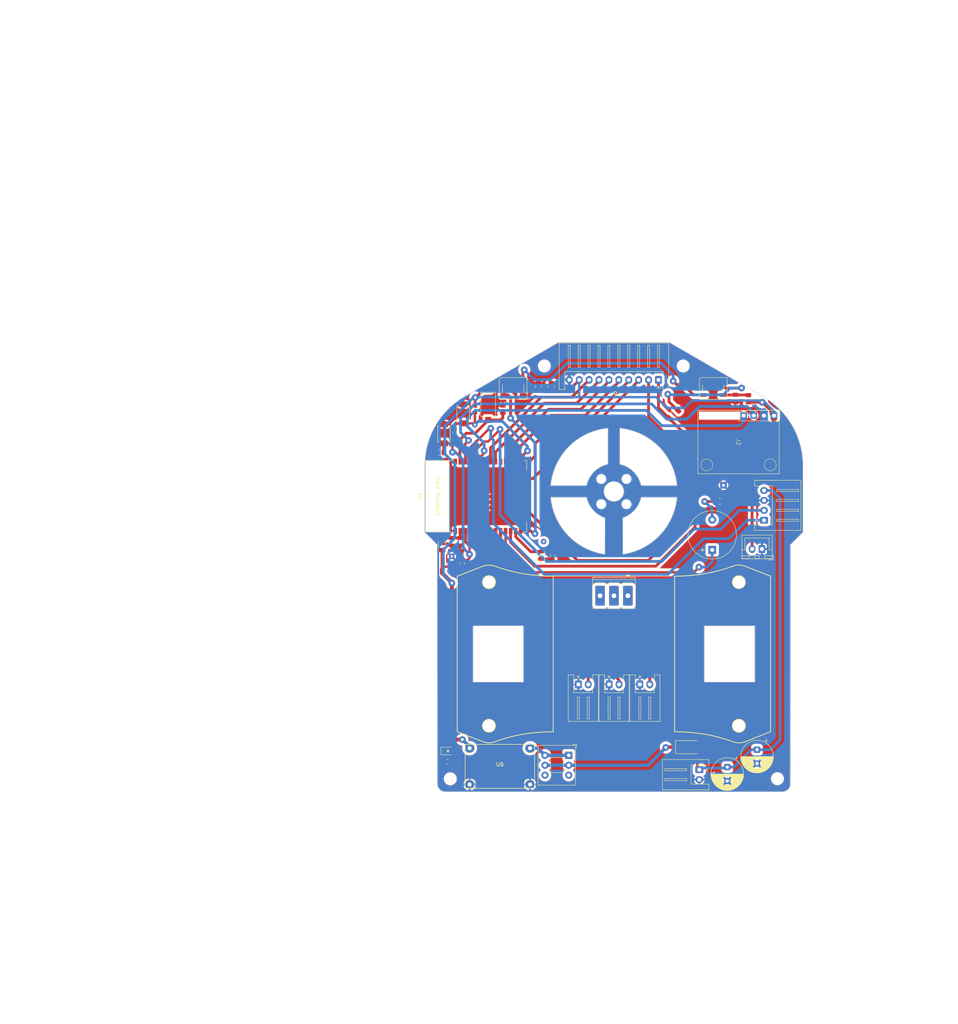
<source format=kicad_pcb>
(kicad_pcb (version 20241229) (generator "pcbnew") (generator_version "9.0")
  (layers (0 "F.Cu" signal) (2 "B.Cu" signal) (13 "F.Paste" user) (15 "B.Paste" user) (5 "F.SilkS" user "F.Silkscreen") (7 "B.SilkS" user "B.Silkscreen") (1 "F.Mask" user) (3 "B.Mask" user) (25 "Edge.Cuts" user))
  (net 0 "")
  (net 1 "Net-(BZ1--)")
  (net 2 "Net-(D2-VDD)")
  (net 3 "/Vb")
  (net 4 "GND")
  (net 5 "/VDD_ESP")
  (net 6 "+3.3V")
  (net 7 "/EN")
  (net 8 "/BOOT")
  (net 9 "/VM")
  (net 10 "Net-(D3-VDD)")
  (net 11 "/LED_RGB")
  (net 12 "Net-(D6-K)")
  (net 13 "/LED_BLUE")
  (net 14 "/SCL")
  (net 15 "/SDA")
  (net 16 "/CurrESC1&2")
  (net 17 "/Data_S3")
  (net 18 "/Data_1aux")
  (net 19 "/Data_S0")
  (net 20 "/Data_SIG")
  (net 21 "/Data_S1")
  (net 22 "/Data_2aux")
  (net 23 "/Data_S2")
  (net 24 "/Data_EN")
  (net 25 "/ESC_1")
  (net 26 "/ESC_2")
  (net 27 "/ESC_3")
  (net 28 "/TX")
  (net 29 "/RX")
  (net 30 "/BUZ")
  (net 31 "/BUTTON")
  (net 37 "Net-(D4-K)")
  (net 40 "/CurrESC2")
  (net 42 "/D_LED1")
  (net 43 "/Enc1")
  (net 44 "/Enc2")
  (net 46 "Net-(U6-IN)")
  (net 49 "/D_LED2")
  (footprint "MountingHole:MountingHole_2.2mm_M2" (layer "F.Cu") (at 103.318019 165.531981 90)
    (property "Reference" "H9" (hide yes))
    (property "Value" "M2" (hide yes))
  )
  (footprint "MountingHole:MountingHole_3mm" (layer "F.Cu") (at 147.75 234.725)
    (property "Reference" "H12" (hide yes))
    (property "Value" "M3")
  )
  (footprint "Resistor_SMD:R_1206_3216Metric" (layer "F.Cu") (at 63.15 175.63 -90)
    (property "Reference" "JP1" (hide yes))
    (property "Value" "ESP_JP")
  )
  (footprint "MixLib:MPU6050_Module" (layer "F.Cu") (at 137.6325 149.2775 -90)
    (property "Reference" "J2")
    (property "Value" "MPU6050")
  )
  (footprint "Connector_JST:JST_XH_S2B-XH-A_1x02_P2.50mm_Horizontal" (layer "F.Cu") (at 97.55 210.95)
    (property "Reference" "J12" (hide yes))
    (property "Value" "ESC3")
  )
  (footprint "Resistor_SMD:R_0603_1608Metric" (layer "F.Cu") (at 64.5 230.45)
    (property "Reference" "R7" (hide yes))
    (property "Value" "4.7k")
  )
  (footprint "TerminalBlock_Phoenix:TerminalBlock_Phoenix_PT-1,5-3-3.5-H_1x03_P3.50mm_Horizontal" (layer "F.Cu") (at 110.025 188.6 180)
    (property "Reference" "ESC_3" (hide yes))
    (property "Value" "TerminalBlock_Phoenix_PT-1,5-3-3.5-H_1x03_P3.50mm_Horizontal" (hide yes))
  )
  (footprint "Resistor_SMD:R_0805_2012Metric" (layer "F.Cu") (at 140.45 138.95 -90)
    (property "Reference" "R1" (hide yes))
    (property "Value" "330")
  )
  (footprint "Resistor_SMD:R_0603_1608Metric" (layer "F.Cu") (at 91.07 178.43 90)
    (property "Reference" "R6" (hide yes))
    (property "Value" "1k")
  )
  (footprint "Connector_JST:JST_XH_S10B-XH-A_1x10_P2.50mm_Horizontal" (layer "F.Cu") (at 117.75 134.195 180)
    (property "Reference" "J9")
    (property "Value" "Sensors")
  )
  (footprint "MountingHole:MountingHole_2.2mm_M2" (layer "F.Cu") (at 103.318019 159.168019 180)
    (property "Reference" "H8" (hide yes))
    (property "Value" "M2" (hide yes))
  )
  (footprint "MountingHole:MountingHole_3mm" (layer "F.Cu") (at 75 221.379263)
    (property "Reference" "H2" (hide yes))
    (property "Value" "M3" (hide yes))
  )
  (footprint "Connector_JST:JST_XH_S2B-XH-A_1x02_P2.50mm_Horizontal" (layer "F.Cu") (at 128.045 232.45 -90)
    (property "Reference" "J4")
    (property "Value" "LiPo")
  )
  (footprint "MixLib:SW_Push_SPST_NO_Alps_SKRK_Handsolder" (layer "F.Cu") (at 63.65 147.8 90)
    (property "Reference" "SW2" (hide yes))
    (property "Value" "EN_Push")
  )
  (footprint "LED_SMD:LED_WS2812B_PLCC4_5.0x5.0mm_P3.2mm" (layer "F.Cu") (at 81.1 136.35 180)
    (property "Reference" "D3" (hide yes))
    (property "Value" "WS2812B")
  )
  (footprint "MixLib:SW_Push_SPST_NO_Alps_SKRK_Handsolder" (layer "F.Cu") (at 68.5 142.75 90)
    (property "Reference" "SW3" (hide yes))
    (property "Value" "Boot_Push")
  )
  (footprint "Connector_JST:JST_XH_S2B-XH-A_1x02_P2.50mm_Horizontal" (layer "F.Cu") (at 105.3 210.95)
    (property "Reference" "J11" (hide yes))
    (property "Value" "ESC2")
  )
  (footprint "PCM_Espressif:ESP32-WROOM-32E" (layer "F.Cu") (at 73.51 163.525 90)
    (property "Reference" "U1")
    (property "Value" "ESP32-WROOM-32E" (hide yes))
  )
  (footprint "Capacitor_SMD:C_0805_2012Metric" (layer "F.Cu") (at 62.6 152.45 180)
    (property "Reference" "C7" (hide yes))
    (property "Value" "1uF")
  )
  (footprint "Capacitor_THT:CP_Radial_D8.0mm_P3.50mm" (layer "F.Cu") (at 142.6 227.397349 -90)
    (property "Reference" "C2" (hide yes))
    (property "Value" "100uF")
  )
  (footprint "Connector_JST:JST_XH_B2B-XH-A_1x02_P2.50mm_Vertical" (layer "F.Cu") (at 143.85 176.825 180)
    (property "Reference" "J1" (hide yes))
    (property "Value" "PW")
  )
  (footprint "Resistor_SMD:R_1206_3216Metric" (layer "F.Cu") (at 121.6 142.9)
    (property "Reference" "JP2" (hide yes))
    (property "Value" "LED_JP")
  )
  (footprint "MountingHole:MountingHole_3mm" (layer "F.Cu") (at 123.98 130.69)
    (property "Reference" "H6" (hide yes))
    (property "Value" "M3" (hide yes))
  )
  (footprint "Capacitor_SMD:C_0805_2012Metric" (layer "F.Cu") (at 67.7 175 -90)
    (property "Reference" "C4" (hide yes))
    (property "Value" "100nF")
  )
  (footprint "MountingHole:MountingHole_3mm" (layer "F.Cu") (at 138 185.1793)
    (property "Reference" "H3" (hide yes))
    (property "Value" "M3" (hide yes))
  )
  (footprint "Buzzer_Beeper:Buzzer_12x9.5RM7.6" (layer "F.Cu") (at 131.3 177.05 90)
    (property "Reference" "BZ1" (hide yes))
    (property "Value" "Buzzer" (hide yes))
  )
  (footprint "Capacitor_SMD:C_0805_2012Metric" (layer "F.Cu") (at 137.15 138.9 -90)
    (property "Reference" "C6" (hide yes))
    (property "Value" "100nF")
  )
  (footprint "Connector_JST:JST_XH_S4B-XH-A_1x04_P2.50mm_Horizontal" (layer "F.Cu") (at 144.375 169.575 90)
    (property "Reference" "J14" (hide yes))
    (property "Value" "UART_Out" (hide yes))
  )
  (footprint "" (layer "F.Cu") (at 88.8 174.95)
    (property "Reference" "")
    (property "Value" "")
  )
  (footprint "MixLib:Mini360_step-down" (layer "F.Cu") (at 77.75 231.6 180)
    (property "Reference" "U6")
    (property "Value" "CN3903")
  )
  (footprint "MixLib:MagicAlonso_Red_Mod_23.5mm" (layer "F.Cu") (at 135.27 206.179262 180)
    (property "Reference" "REF**" (hide yes))
    (property "Value" "MagicAlonso_Red_Mod_23.5mm" (hide yes))
    (fp_rect (start -6.75 -4.2) (end 5.95 10) (stroke (width 0.1)) (fill no) (layer "Edge.Cuts"))
  )
  (footprint "Resistor_SMD:R_0805_2012Metric" (layer "F.Cu") (at 133.25 164.85)
    (property "Reference" "R4" (hide yes))
    (property "Value" "330")
  )
  (footprint "Capacitor_SMD:C_0805_2012Metric" (layer "F.Cu") (at 65.6 175 -90)
    (property "Reference" "C3" (hide yes))
    (property "Value" "22uF")
  )
  (footprint "LED_SMD:LED_WS2812B_PLCC4_5.0x5.0mm_P3.2mm" (layer "F.Cu") (at 131.55 136.35 180)
    (property "Reference" "D2" (hide yes))
    (property "Value" "WS2812B")
  )
  (footprint "MixLib:LED_0805_2012Metric" (layer "F.Cu") (at 88.12 178.53 90)
    (property "Reference" "D6" (hide yes))
    (property "Value" "LED_BLUE")
  )
  (footprint "Capacitor_SMD:C_0805_2012Metric" (layer "F.Cu") (at 87.45 135.9 90)
    (property "Reference" "C24" (hide yes))
    (property "Value" "100nF")
  )
  (footprint "Button_Switch_SMD:SW_SPST_CK_RS282G05A3" (layer "F.Cu") (at 74.8 140.4 -90)
    (property "Reference" "SW4" (hide yes))
    (property "Value" "BUTTON_Push")
  )
  (footprint "MixLib:LED_0805_2012Metric" (layer "F.Cu") (at 64.45 227.75)
    (property "Reference" "D4" (hide yes))
    (property "Value" "LED_ON")
  )
  (footprint "" (layer "F.Cu") (at 134.15 160.75)
    (property "Reference" "")
    (property "Value" "")
  )
  (footprint "Resistor_SMD:R_0603_1608Metric" (layer "F.Cu") (at 68.3 180.45 -90)
    (property "Reference" "R2" (hide yes))
    (property "Value" "10k")
  )
  (footprint "MountingHole:MountingHole_3mm" (layer "F.Cu") (at 88.98 130.69)
    (property "Reference" "H5" (hide yes))
    (property "Value" "M3" (hide yes))
  )
  (footprint "Resistor_SMD:R_0805_2012Metric" (layer "F.Cu") (at 78.5 141.6 -90)
    (property "Reference" "R9" (hide yes))
    (property "Value" "10k")
  )
  (footprint "Connector_JST:JST_XH_S2B-XH-A_1x02_P2.50mm_Horizontal" (layer "F.Cu") (at 113.05 210.95)
    (property "Reference" "J10" (hide yes))
    (property "Value" "ESC1")
  )
  (footprint "MixLib:MagicAlonso_Red_Mod_23.5mm" (layer "F.Cu") (at 77.75 200.375002)
    (property "Reference" "REF**" (hide yes))
    (property "Value" "MagicAlonso_Red_Mod_23.5mm" (hide yes))
    (fp_rect (start -6.75 -4.2) (end 5.95 10) (stroke (width 0.1)) (fill no) (layer "Edge.Cuts"))
  )
  (footprint "MountingHole:MountingHole_2.2mm_M2" (layer "F.Cu") (at 109.681981 165.531981 90)
    (property "Reference" "H10" (hide yes))
    (property "Value" "M2" (hide yes))
  )
  (footprint "Button_Switch_THT:SW_Push_2P2T_Toggle_CK_PVA2OAH5xxxxxxV2" (layer "F.Cu") (at 95.1225 228.8275 -90)
    (property "Reference" "SW1" (hide yes))
    (property "Value" "Power_SW" (hide yes))
  )
  (footprint "" (layer "F.Cu") (at 65.6 178.7)
    (property "Reference" "")
    (property "Value" "")
  )
  (footprint "Diode_SMD:D_SMA" (layer "F.Cu") (at 125.55 226.75)
    (property "Reference" "D1" (hide yes))
    (property "Value" "SS14")
  )
  (footprint "Resistor_SMD:R_0603_1608Metric" (layer "F.Cu") (at 71.55 141.65 90)
    (property "Reference" "R3" (hide yes))
    (property "Value" "10k")
  )
  (footprint "MountingHole:MountingHole_3mm" (layer "F.Cu") (at 65.25 234.75)
    (property "Reference" "H11" (hide yes))
    (property "Value" "M3")
  )
  (footprint "MountingHole:MountingHole_2.2mm_M2" (layer "F.Cu") (at 109.681981 159.168019 180)
    (property "Reference" "H7" (hide yes))
    (property "Value" "M2" (hide yes))
  )
  (footprint "Capacitor_THT:CP_Radial_D8.0mm_P3.50mm" (layer "F.Cu") (at 135.1 231.8 -90)
    (property "Reference" "C28" (hide yes))
    (property "Value" "470uF")
  )
  (footprint "Capacitor_SMD:C_0603_1608Metric" (layer "F.Cu") (at 66.4 147.4 -90)
    (property "Reference" "C8" (hide yes))
    (property "Value" "100nF")
  )
  (footprint "Resistor_SMD:R_0805_2012Metric" (layer "F.Cu") (at 90.7 135.9 90)
    (property "Reference" "R5" (hide yes))
    (property "Value" "330")
  )
  (footprint "MountingHole:MountingHole_3mm" (layer "F.Cu") (at 75 185.179263)
    (property "Reference" "H1" (hide yes))
    (property "Value" "M3" (hide yes))
  )
  (footprint "MountingHole:MountingHole_3mm" (layer "F.Cu") (at 138 221.379263)
    (property "Reference" "H4" (hide yes))
    (property "Value" "M3" (hide yes))
  )
  (gr_line (start 64 238) (end 149 238) (stroke (width 0.1)) (layer "Edge.Cuts"))
  (gr_line (start 113.366774 160.814023) (end 122.412879 160.814023) (stroke (width 0.1)) (layer "Edge.Cuts"))
  (gr_arc (start 113.36677 163.814031) (mid 111.735558 167.005809) (end 108.743467 168.97956) (stroke (width 0.1)) (layer "Edge.Cuts"))
  (gr_arc (start 144.187086 138.426812) (mid 151.499995 145.750003) (end 154.173364 155.789147) (stroke (width 0.1)) (layer "Edge.Cuts"))
  (gr_line (start 120.51 124.76) (end 144.187086 138.426812) (stroke (width 0.1)) (layer "Edge.Cuts"))
  (gr_line (start 104.243467 168.979601) (end 104.226746 178.142471) (stroke (width 0.1)) (layer "Edge.Cuts"))
  (gr_circle (center 103.311486 165.496012) (end 104.311486 165.496012) (stroke (width 0.1)) (fill no) (layer "Edge.Cuts"))
  (gr_line (start 90.574057 160.814034) (end 99.620162 160.814034) (stroke (width 0.1)) (layer "Edge.Cuts"))
  (gr_arc (start 90.574567 160.813984) (mid 95.187391 151.0074) (end 104.993972 146.394572) (stroke (width 0.1)) (layer "Edge.Cuts"))
  (gr_circle (center 109.675448 159.13205) (end 110.675448 159.13205) (stroke (width 0.1)) (fill no) (layer "Edge.Cuts"))
  (gr_line (start 154.173364 155.789147) (end 154.171768 172.608132) (stroke (width 0.1)) (layer "Edge.Cuts"))
  (gr_arc (start 64 238) (mid 62.585786 237.414214) (end 62 236.000993) (stroke (width 0.1)) (layer "Edge.Cuts"))
  (gr_line (start 107.993467 146.394618) (end 107.993467 155.440723) (stroke (width 0.1)) (layer "Edge.Cuts"))
  (gr_line (start 104.993466 146.394572) (end 104.993466 155.440677) (stroke (width 0.1)) (layer "Edge.Cuts"))
  (gr_line (start 108.743466 168.97956) (end 108.760254 178.142458) (stroke (width 0.1)) (layer "Edge.Cuts"))
  (gr_line (start 61.9701 175.75) (end 58.828232 172.638229) (stroke (width 0.1)) (layer "Edge.Cuts"))
  (gr_line (start 92.51 124.76) (end 68.808428 138.429401) (stroke (width 0.1)) (layer "Edge.Cuts"))
  (gr_circle (center 109.675448 165.496012) (end 110.675448 165.496012) (stroke (width 0.1)) (fill no) (layer "Edge.Cuts"))
  (gr_arc (start 58.826631 155.741285) (mid 61.5 145.75) (end 68.808428 138.429401) (stroke (width 0.1)) (layer "Edge.Cuts"))
  (gr_line (start 151 236.000993) (end 151.0299 175.75) (stroke (width 0.1)) (layer "Edge.Cuts"))
  (gr_circle (center 106.493467 162.314031) (end 108.993467 162.314031) (stroke (width 0.1)) (fill no) (layer "Edge.Cuts"))
  (gr_line (start 90.574059 163.814024) (end 99.620164 163.814024) (stroke (width 0.1)) (layer "Edge.Cuts"))
  (gr_line (start 92.51 124.76) (end 120.51 124.76) (stroke (width 0.1)) (layer "Edge.Cuts"))
  (gr_line (start 62 236.000993) (end 61.9701 175.75) (stroke (width 0.1)) (layer "Edge.Cuts"))
  (gr_arc (start 104.226746 178.142471) (mid 94.917203 173.344335) (end 90.574059 163.814024) (stroke (width 0.1)) (layer "Edge.Cuts"))
  (gr_arc (start 151 236.000993) (mid 150.414214 237.414214) (end 149 238) (stroke (width 0.1)) (layer "Edge.Cuts"))
  (gr_line (start 151.0299 175.75) (end 154.171768 172.608132) (stroke (width 0.1)) (layer "Edge.Cuts"))
  (gr_circle (center 103.311486 159.13205) (end 104.311486 159.13205) (stroke (width 0.1)) (fill no) (layer "Edge.Cuts"))
  (gr_arc (start 107.993467 155.440723) (mid 111.468023 157.339469) (end 113.366775 160.814023) (stroke (width 0.1)) (layer "Edge.Cuts"))
  (gr_arc (start 99.620162 160.814031) (mid 101.518921 157.339472) (end 104.99346 155.440677) (stroke (width 0.1)) (layer "Edge.Cuts"))
  (gr_arc (start 104.243467 168.979601) (mid 101.251369 167.005839) (end 99.620164 163.814039) (stroke (width 0.1)) (layer "Edge.Cuts"))
  (gr_arc (start 107.993467 146.394618) (mid 117.80005 151.007443) (end 122.412879 160.814023) (stroke (width 0.1)) (layer "Edge.Cuts"))
  (gr_arc (start 122.412875 163.814031) (mid 118.069761 173.344304) (end 108.760278 178.142458) (stroke (width 0.1)) (layer "Edge.Cuts"))
  (gr_line (start 113.36677 163.814031) (end 122.412875 163.814031) (stroke (width 0.1)) (layer "Edge.Cuts"))
  (gr_line (start 58.826631 155.741285) (end 58.828232 172.638229) (stroke (width 0.1)) (layer "Edge.Cuts"))
  (segment (start 129.4 164.85) (end 132.3375 164.85) (width 0.7) (layer "F.Cu") (net 1))
  (via (at 129.4 164.85) (size 1.7) (drill 0.7) (layers "F.Cu" "B.Cu") (net 1))
  (segment (start 131.3 166.75) (end 129.4 164.85) (width 0.7) (layer "B.Cu") (net 1))
  (segment (start 131.3 169.45) (end 131.3 166.75) (width 0.7) (layer "B.Cu") (net 1))
  (segment (start 140.2625 138) (end 140.45 138.1875) (width 0.7) (layer "F.Cu") (net 2))
  (segment (start 134 138) (end 140.2625 138) (width 0.7) (layer "F.Cu") (net 2))
  (segment (start 119.7 226.75) (end 119.6 226.85) (width 0.9) (layer "F.Cu") (net 3))
  (segment (start 123.55 226.75) (end 119.7 226.75) (width 0.9) (layer "F.Cu") (net 3))
  (via (at 119.6 226.85) (size 1.7) (drill 0.7) (layers "F.Cu" "B.Cu") (net 3))
  (segment (start 89.1225 231.3275) (end 95.1225 231.3275) (width 0.9) (layer "B.Cu") (net 3))
  (segment (start 115.1225 231.3275) (end 95.1225 231.3275) (width 0.9) (layer "B.Cu") (net 3))
  (segment (start 119.6 226.85) (end 115.1225 231.3275) (width 0.9) (layer "B.Cu") (net 3))
  (segment (start 63.2675 174.05) (end 63.15 174.1675) (width 0.7) (layer "F.Cu") (net 5))
  (segment (start 67.7 174.05) (end 65.6 174.05) (width 0.7) (layer "F.Cu") (net 5))
  (segment (start 67.77 173.98) (end 67.7 174.05) (width 0.7) (layer "F.Cu") (net 5))
  (segment (start 65.6 174.05) (end 63.2675 174.05) (width 0.7) (layer "F.Cu") (net 5))
  (segment (start 67.77 172.275) (end 67.77 173.98) (width 0.7) (layer "F.Cu") (net 5))
  (segment (start 63.15 181.95) (end 63.15 179.05) (width 0.7) (layer "F.Cu") (net 6))
  (segment (start 141.35 176.825) (end 141.35 151.65) (width 0.7) (layer "F.Cu") (net 6))
  (segment (start 93.55 136.9) (end 95.15 136.9) (width 0.7) (layer "F.Cu") (net 6))
  (segment (start 65.65 185.4) (end 65.65 185.35) (width 1) (layer "F.Cu") (net 6))
  (segment (start 143.95 139.85) (end 140.4625 139.85) (width 0.7) (layer "F.Cu") (net 6))
  (segment (start 71.55 140.825) (end 71.5 140.775) (width 0.7) (layer "F.Cu") (net 6))
  (segment (start 71.5 138.8) (end 73.8 136.5) (width 0.7) (layer "F.Cu") (net 6))
  (segment (start 65.65 222.55) (end 65.5375 222.6625) (width 0.6) (layer "F.Cu") (net 6))
  (segment (start 68.3 181.275) (end 63.15 181.275) (width 0.6) (layer "F.Cu") (net 6))
  (segment (start 66.3875 224.85) (end 65.65 224.1125) (width 1) (layer "F.Cu") (net 6))
  (segment (start 95.15 136.9) (end 97.75 134.3) (width 0.7) (layer "F.Cu") (net 6))
  (segment (start 146.075 146.925) (end 146.8725 146.1275) (width 0.7) (layer "F.Cu") (net 6))
  (segment (start 63.15 179.05) (end 63.15 177.0925) (width 0.7) (layer "F.Cu") (net 6))
  (segment (start 68.3 224.85) (end 66.3875 224.85) (width 1) (layer "F.Cu") (net 6))
  (segment (start 144.3 140.2) (end 146.8725 142.7725) (width 0.7) (layer "F.Cu") (net 6))
  (segment (start 97.75 134.3) (end 97.75 134.195) (width 0.7) (layer "F.Cu") (net 6))
  (segment (start 63.15 182.85) (end 63.15 181.95) (width 1) (layer "F.Cu") (net 6))
  (segment (start 65.65 185.35) (end 63.15 182.85) (width 1) (layer "F.Cu") (net 6))
  (segment (start 71.5 140.775) (end 71.5 138.8) (width 0.7) (layer "F.Cu") (net 6))
  (segment (start 65.65 222.55) (end 65.65 185.4) (width 1) (layer "F.Cu") (net 6))
  (segment (start 140.4625 139.85) (end 140.45 139.8625) (width 0.7) (layer "F.Cu") (net 6))
  (segment (start 90.7 134.9875) (end 91.6375 134.9875) (width 0.7) (layer "F.Cu") (net 6))
  (segment (start 65.5375 222.6625) (end 65.5375 227.73) (width 0.6) (layer "F.Cu") (net 6))
  (segment (start 63.15 181.275) (end 63.15 177.0925) (width 0.6) (layer "F.Cu") (net 6))
  (segment (start 65.65 224.1125) (end 65.65 222.55) (width 1) (layer "F.Cu") (net 6))
  (segment (start 141.35 151.65) (end 146.075 146.925) (width 0.7) (layer "F.Cu") (net 6))
  (segment (start 144.3 140.2) (end 143.95 139.85) (width 0.7) (layer "F.Cu") (net 6))
  (segment (start 146.8725 146.1275) (end 146.8725 143.1975) (width 0.7) (layer "F.Cu") (net 6))
  (segment (start 91.6375 134.9875) (end 93.55 136.9) (width 0.7) (layer "F.Cu") (net 6))
  (segment (start 146.8725 142.7725) (end 146.8725 143.1975) (width 0.7) (layer "F.Cu") (net 6))
  (segment (start 73.8 136.5) (end 74.8 136.5) (width 0.7) (layer "F.Cu") (net 6))
  (via (at 143.9 139.85) (size 1.7) (drill 0.7) (layers "F.Cu" "B.Cu") (net 6))
  (via (at 68.3 224.85) (size 1.7) (drill 0.7) (layers "F.Cu" "B.Cu") (net 6))
  (via (at 71.55 138.65) (size 1.7) (drill 0.7) (layers "F.Cu" "B.Cu") (net 6))
  (via (at 65.65 185.4) (size 1.7) (drill 0.7) (layers "F.Cu" "B.Cu") (net 6))
  (segment (start 71.55 138.65) (end 71.65 138.55) (width 0.7) (layer "B.Cu") (net 6))
  (segment (start 65.65 185.4) (end 63.5 183.25) (width 0.7) (layer "B.Cu") (net 6))
  (segment (start 70.13 227.03) (end 70.13 226.68) (width 0.6) (layer "B.Cu") (net 6))
  (segment (start 88.3 138.55) (end 97.75 138.55) (width 0.6) (layer "B.Cu") (net 6))
  (segment (start 146.8725 142.1225) (end 146.8725 143.1975) (width 0.6) (layer "B.Cu") (net 6))
  (segment (start 63.5 183.25) (end 63.5 176.95) (width 0.7) (layer "B.Cu") (net 6))
  (segment (start 66.4 155.4) (end 63.9 152.9) (width 0.7) (layer "B.Cu") (net 6))
  (segment (start 63.9 152.9) (end 63.9 145.8) (width 0.7) (layer "B.Cu") (net 6))
  (segment (start 97.75 138.55) (end 117.15 138.55) (width 0.6) (layer "B.Cu") (net 6))
  (segment (start 66.4 174.05) (end 66.4 155.4) (width 0.7) (layer "B.Cu") (net 6))
  (segment (start 144.15 139.4) (end 146.8725 142.1225) (width 0.6) (layer "B.Cu") (net 6))
  (segment (start 70.13 226.68) (end 68.3 224.85) (width 0.9) (layer "B.Cu") (net 6))
  (segment (start 117.15 138.55) (end 119.85 141.25) (width 0.6) (layer "B.Cu") (net 6))
  (segment (start 126.15 139.4) (end 144.15 139.4) (width 0.6) (layer "B.Cu") (net 6))
  (segment (start 97.75 134.195) (end 97.75 138.55) (width 0.6) (layer "B.Cu") (net 6))
  (segment (start 119.85 141.25) (end 124.3 141.25) (width 0.6) (layer "B.Cu") (net 6))
  (segment (start 124.3 141.25) (end 126.15 139.4) (width 0.6) (layer "B.Cu") (net 6))
  (segment (start 63.5 176.95) (end 66.4 174.05) (width 0.7) (layer "B.Cu") (net 6))
  (segment (start 71.05 138.65) (end 71.55 138.65) (width 0.7) (layer "B.Cu") (net 6))
  (segment (start 63.9 145.8) (end 71.05 138.65) (width 0.7) (layer "B.Cu") (net 6))
  (segment (start 71.65 138.55) (end 88.3 138.55) (width 0.7) (layer "B.Cu") (net 6))
  (segment (start 70.1 179.1) (end 70.1 178.15) (width 0.6) (layer "F.Cu") (net 7))
  (segment (start 68.3 179.625) (end 69.575 179.625) (width 0.6) (layer "F.Cu") (net 7))
  (segment (start 63.55 152.45) (end 63.55 150.3) (width 0.6) (layer "F.Cu") (net 7))
  (segment (start 69.15 175.15) (end 69.15 172.385) (width 0.6) (layer "F.Cu") (net 7))
  (segment (start 69.575 179.625) (end 70.1 179.1) (width 0.6) (layer "F.Cu") (net 7))
  (segment (start 65.15 150.2) (end 65.787804 150.837804) (width 0.6) (layer "F.Cu") (net 7))
  (segment (start 70.1 176.1) (end 69.15 175.15) (width 0.6) (layer "F.Cu") (net 7))
  (segment (start 69.15 172.385) (end 69.04 172.275) (width 0.6) (layer "F.Cu") (net 7))
  (segment (start 63.65 150.2) (end 65.15 150.2) (width 0.6) (layer "F.Cu") (net 7))
  (segment (start 65.787804 150.837804) (end 65.787804 152.432606) (width 0.6) (layer "F.Cu") (net 7))
  (segment (start 70.1 178.15) (end 70.1 176.1) (width 0.6) (layer "F.Cu") (net 7))
  (segment (start 65.77041 152.45) (end 65.787804 152.432606) (width 0.7) (layer "F.Cu") (net 7))
  (segment (start 63.55 150.3) (end 63.65 150.2) (width 0.7) (layer "F.Cu") (net 7))
  (via (at 70.1 178.15) (size 1.7) (drill 0.7) (layers "F.Cu" "B.Cu") (net 7))
  (via (at 65.787804 152.432606) (size 1.7) (drill 0.7) (layers "F.Cu" "B.Cu") (net 7))
  (segment (start 66.02041 152.2) (end 66.35 152.2) (width 0.7) (layer "B.Cu") (net 7))
  (segment (start 66.35 152.2) (end 68.5 154.35) (width 0.7) (layer "B.Cu") (net 7))
  (segment (start 68.5 154.35) (end 68.5 176.55) (width 0.7) (layer "B.Cu") (net 7))
  (segment (start 65.787804 152.432606) (end 66.02041 152.2) (width 0.7) (layer "B.Cu") (net 7))
  (segment (start 68.5 176.55) (end 70.1 178.15) (width 0.7) (layer "B.Cu") (net 7))
  (segment (start 83.01 153.79) (end 83.01 154.775) (width 0.7) (layer "F.Cu") (net 8))
  (segment (start 71.2 145.5) (end 70.85 145.15) (width 0.6) (layer "F.Cu") (net 8))
  (segment (start 71.45 145.5) (end 71.2 145.5) (width 0.6) (layer "F.Cu") (net 8))
  (segment (start 68.45 145.2) (end 68.5 145.15) (width 0.6) (layer "F.Cu") (net 8))
  (segment (start 71.45 145.5) (end 71.45 142.575) (width 0.6) (layer "F.Cu") (net 8))
  (segment (start 66.45 145.65) (end 66.9 145.2) (width 0.6) (layer "F.Cu") (net 8))
  (segment (start 71.45 142.575) (end 71.55 142.475) (width 0.6) (layer "F.Cu") (net 8))
  (segment (start 70.85 145.15) (end 68.5 145.15) (width 0.6) (layer "F.Cu") (net 8))
  (segment (start 84.725 152.075) (end 83.01 153.79) (width 0.7) (layer "F.Cu") (net 8))
  (segment (start 66.45 146.575) (end 66.45 145.65) (width 0.6) (layer "F.Cu") (net 8))
  (segment (start 66.9 145.2) (end 68.45 145.2) (width 0.6) (layer "F.Cu") (net 8))
  (segment (start 66.4 146.625) (end 66.45 146.575) (width 0.6) (layer "F.Cu") (net 8))
  (via (at 84.725 152.075) (size 1.7) (drill 0.7) (layers "F.Cu" "B.Cu") (net 8))
  (via (at 71.45 145.5) (size 1.4) (drill 0.55) (layers "F.Cu" "B.Cu") (net 8))
  (segment (start 71.45 145.5) (end 72.3 144.65) (width 0.7) (layer "B.Cu") (net 8))
  (segment (start 78.375 144.65) (end 84.725 151) (width 0.7) (layer "B.Cu") (net 8))
  (segment (start 72.3 144.65) (end 78.375 144.65) (width 0.7) (layer "B.Cu") (net 8))
  (segment (start 84.725 151) (end 84.725 152.075) (width 0.7) (layer "B.Cu") (net 8))
  (segment (start 127.55 231.955) (end 128.045 232.45) (width 0.7) (layer "F.Cu") (net 9))
  (segment (start 127.55 226.75) (end 127.55 231.955) (width 0.7) (layer "F.Cu") (net 9))
  (segment (start 141.152651 227.397349) (end 142.6 227.397349) (width 0.7) (layer "B.Cu") (net 9))
  (segment (start 128.045 232.45) (end 128.485264 232.009736) (width 0.7) (layer "B.Cu") (net 9))
  (segment (start 136.75 231.8) (end 141.152651 227.397349) (width 0.7) (layer "B.Cu") (net 9))
  (segment (start 146.475 162.075) (end 148.4 164) (width 0.7) (layer "B.Cu") (net 9))
  (segment (start 128.485264 232.009736) (end 134.890264 232.009736) (width 0.7) (layer "B.Cu") (net 9))
  (segment (start 134.890264 232.009736) (end 135.1 231.8) (width 0.7) (layer "B.Cu") (net 9))
  (segment (start 145.952651 227.397349) (end 142.6 227.397349) (width 0.7) (layer "B.Cu") (net 9))
  (segment (start 148.4 224.95) (end 145.952651 227.397349) (width 0.7) (layer "B.Cu") (net 9))
  (segment (start 135.1 231.8) (end 136.75 231.8) (width 0.7) (layer "B.Cu") (net 9))
  (segment (start 144.375 162.075) (end 146.475 162.075) (width 0.7) (layer "B.Cu") (net 9))
  (segment (start 148.4 164) (end 148.4 224.95) (width 0.7) (layer "B.Cu") (net 9))
  (segment (start 83.55 138) (end 85.05 138) (width 0.7) (layer "F.Cu") (net 10))
  (segment (start 90.6625 136.85) (end 90.7 136.8125) (width 0.7) (layer "F.Cu") (net 10))
  (segment (start 87.45 136.85) (end 90.6625 136.85) (width 0.7) (layer "F.Cu") (net 10))
  (segment (start 85.05 138) (end 86.2 136.85) (width 0.7) (layer "F.Cu") (net 10))
  (segment (start 86.2 136.85) (end 87.45 136.85) (width 0.7) (layer "F.Cu") (net 10))
  (segment (start 80.45 143.85) (end 80.45 138.65) (width 0.7) (layer "F.Cu") (net 11))
  (segment (start 85.6 172.3) (end 83.035 172.3) (width 0.7) (layer "F.Cu") (net 11))
  (segment (start 86.6 172.95) (end 86.25 172.95) (width 0.7) (layer "F.Cu") (net 11))
  (segment (start 83.035 172.3) (end 83.01 172.275) (width 0.7) (layer "F.Cu") (net 11))
  (segment (start 79.8 138) (end 78.65 138) (width 0.7) (layer "F.Cu") (net 11))
  (segment (start 80.45 138.65) (end 79.8 138) (width 0.7) (layer "F.Cu") (net 11))
  (segment (start 86.25 172.95) (end 85.6 172.3) (width 0.7) (layer "F.Cu") (net 11))
  (via (at 80.45 143.85) (size 1.7) (drill 0.7) (layers "F.Cu" "B.Cu") (net 11))
  (via (at 86.6 172.95) (size 1.7) (drill 0.7) (layers "F.Cu" "B.Cu") (net 11))
  (segment (start 86.7 150.1) (end 86.7 172.85) (width 0.7) (layer "B.Cu") (net 11))
  (segment (start 86.7 172.85) (end 86.6 172.95) (width 0.7) (layer "B.Cu") (net 11))
  (segment (start 80.45 143.85) (end 86.7 150.1) (width 0.7) (layer "B.Cu") (net 11))
  (segment (start 91.0075 179.3175) (end 91.07 179.255) (width 0.7) (layer "F.Cu") (net 12))
  (segment (start 88.1 179.3175) (end 91.0075 179.3175) (width 0.7) (layer "F.Cu") (net 12))
  (segment (start 81.74 172.275) (end 81.74 173.725) (width 0.7) (layer "F.Cu") (net 13))
  (segment (start 88.0425 177.5) (end 88.1 177.4425) (width 0.7) (layer "F.Cu") (net 13))
  (segment (start 81.74 173.725) (end 85.515 177.5) (width 0.7) (layer "F.Cu") (net 13))
  (segment (start 85.515 177.5) (end 88.0425 177.5) (width 0.7) (layer "F.Cu") (net 13))
  (segment (start 69.85 149.45) (end 69.04 150.26) (width 0.6) (layer "F.Cu") (net 14))
  (segment (start 69.04 150.26) (end 69.04 154.775) (width 0.6) (layer "F.Cu") (net 14))
  (via (at 69.85 149.45) (size 1.7) (drill 0.7) (layers "F.Cu" "B.Cu") (net 14))
  (segment (start 128.1 140.9) (end 140.1 140.9) (width 0.7) (layer "B.Cu") (net 14))
  (segment (start 124.9 144.1) (end 128.1 140.9) (width 0.7) (layer "B.Cu") (net 14))
  (segment (start 116 140.25) (end 119.85 144.1) (width 0.7) (layer "B.Cu") (net 14))
  (segment (start 69.85 149.45) (end 67.85 147.45) (width 0.7) (layer "B.Cu") (net 14))
  (segment (start 140.1 140.9) (end 141.7925 142.5925) (width 0.7) (layer "B.Cu") (net 14))
  (segment (start 141.7925 142.5925) (end 141.7925 143.1975) (width 0.7) (layer "B.Cu") (net 14))
  (segment (start 119.85 144.1) (end 124.9 144.1) (width 0.7) (layer "B.Cu") (net 14))
  (segment (start 67.85 147.45) (end 67.85 143.8) (width 0.7) (layer "B.Cu") (net 14))
  (segment (start 67.85 143.8) (end 71.4 140.25) (width 0.7) (layer "B.Cu") (net 14))
  (segment (start 71.4 140.25) (end 116 140.25) (width 0.7) (layer "B.Cu") (net 14))
  (segment (start 73.8 152.05) (end 73.8 152.65) (width 0.6) (layer "F.Cu") (net 15))
  (segment (start 73.8 152.65) (end 72.85 153.6) (width 0.6) (layer "F.Cu") (net 15))
  (segment (start 72.85 153.6) (end 72.85 154.775) (width 0.6) (layer "F.Cu") (net 15))
  (via (at 73.8 152.05) (size 1.7) (drill 0.7) (layers "F.Cu" "B.Cu") (net 15))
  (segment (start 73.8 152.05) (end 73.8 150.15) (width 0.7) (layer "B.Cu") (net 15))
  (segment (start 138.25 145.75) (end 139.2525 144.7475) (width 0.7) (layer "B.Cu") (net 15))
  (segment (start 114.727031 141.877031) (end 118.6 145.75) (width 0.7) (layer "B.Cu") (net 15))
  (segment (start 69.55 145.9) (end 69.55 143.9) (width 0.7) (layer "B.Cu") (net 15))
  (segment (start 71.572969 141.877031) (end 114.727031 141.877031) (width 0.7) (layer "B.Cu") (net 15))
  (segment (start 118.6 145.75) (end 138.25 145.75) (width 0.7) (layer "B.Cu") (net 15))
  (segment (start 139.2525 142.65111) (end 139.2525 143.1975) (width 0.7) (layer "B.Cu") (net 15))
  (segment (start 139.2525 144.7475) (end 139.2525 143.1975) (width 0.7) (layer "B.Cu") (net 15))
  (segment (start 69.55 143.9) (end 71.572969 141.877031) (width 0.7) (layer "B.Cu") (net 15))
  (segment (start 73.8 150.15) (end 69.55 145.9) (width 0.7) (layer "B.Cu") (net 15))
  (segment (start 110.25 134.5) (end 110.25 134.195) (width 0.7) (layer "F.Cu") (net 17))
  (segment (start 84.26 155.74) (end 86.6 153.4) (width 0.7) (layer "F.Cu") (net 17))
  (segment (start 86.6 150.3) (end 92.23 144.67) (width 0.7) (layer "F.Cu") (net 17))
  (segment (start 84.26 157.815) (end 84.26 155.74) (width 0.7) (layer "F.Cu") (net 17))
  (segment (start 86.6 153.4) (end 86.6 150.3) (width 0.7) (layer "F.Cu") (net 17))
  (segment (start 92.23 144.67) (end 100.08 144.67) (width 0.7) (layer "F.Cu") (net 17))
  (segment (start 100.08 144.67) (end 110.25 134.5) (width 0.7) (layer "F.Cu") (net 17))
  (segment (start 85.575 167.975) (end 84.26 167.975) (width 0.7) (layer "F.Cu") (net 18))
  (segment (start 115.25 134.195) (end 115.25 143.5) (width 0.7) (layer "F.Cu") (net 18))
  (segment (start 97.3 179.7) (end 85.575 167.975) (width 0.7) (layer "F.Cu") (net 18))
  (segment (start 115.2 179.7) (end 97.3 179.7) (width 0.7) (layer "F.Cu") (net 18))
  (segment (start 115.25 143.5) (end 124.25 152.5) (width 0.7) (layer "F.Cu") (net 18))
  (segment (start 124.25 170.65) (end 115.2 179.7) (width 0.7) (layer "F.Cu") (net 18))
  (segment (start 124.25 152.5) (end 124.25 170.65) (width 0.7) (layer "F.Cu") (net 18))
  (segment (start 102.75 134.45) (end 97.15 140.05) (width 0.7) (layer "F.Cu") (net 19))
  (segment (start 102.75 134.195) (end 102.75 134.45) (width 0.7) (layer "F.Cu") (net 19))
  (segment (start 97.15 140.08) (end 88.97 140.08) (width 0.7) (layer "F.Cu") (net 19))
  (segment (start 97.15 140.05) (end 97.15 140.08) (width 0.7) (layer "F.Cu") (net 19))
  (segment (start 88.97 140.08) (end 76.66 152.39) (width 0.7) (layer "F.Cu") (net 19))
  (segment (start 76.66 152.39) (end 76.66 154.775) (width 0.7) (layer "F.Cu") (net 19))
  (segment (start 112.75 134.195) (end 112.75 134.4) (width 0.7) (layer "F.Cu") (net 20))
  (segment (start 93.4 146.2) (end 89.125 150.475) (width 0.7) (layer "F.Cu") (net 20))
  (segment (start 89.125 156.025) (end 86.065 159.085) (width 0.7) (layer "F.Cu") (net 20))
  (segment (start 89.125 150.475) (end 89.125 156.025) (width 0.7) (layer "F.Cu") (net 20))
  (segment (start 86.065 159.085) (end 84.26 159.085) (width 0.7) (layer "F.Cu") (net 20))
  (segment (start 100.95 146.2) (end 93.4 146.2) (width 0.7) (layer "F.Cu") (net 20))
  (segment (start 112.75 134.4) (end 100.95 146.2) (width 0.7) (layer "F.Cu") (net 20))
  (segment (start 105.25 134.195) (end 105.25 134.55) (width 0.7) (layer "F.Cu") (net 21))
  (segment (start 105.25 134.55) (end 98.35 141.45) (width 0.7) (layer "F.Cu") (net 21))
  (segment (start 89.99 141.61) (end 79.2 152.4) (width 0.7) (layer "F.Cu") (net 21))
  (segment (start 98.19 141.61) (end 89.99 141.61) (width 0.7) (layer "F.Cu") (net 21))
  (segment (start 79.2 152.4) (end 79.2 154.775) (width 0.7) (layer "F.Cu") (net 21))
  (segment (start 98.35 141.45) (end 98.19 141.61) (width 0.7) (layer "F.Cu") (net 21))
  (segment (start 117.1 181.15) (end 86.5 181.15) (width 0.7) (layer "F.Cu") (net 22))
  (segment (start 86.5 181.15) (end 80.47 175.12) (width 0.7) (layer "F.Cu") (net 22))
  (segment (start 80.47 175.12) (end 80.47 172.275) (width 0.7) (layer "F.Cu") (net 22))
  (segment (start 127 171.25) (end 117.1 181.15) (width 0.7) (layer "F.Cu") (net 22))
  (segment (start 127 150.45) (end 127 171.25) (width 0.7) (layer "F.Cu") (net 22))
  (segment (start 117.75 134.195) (end 117.75 141.2) (width 0.7) (layer "F.Cu") (net 22))
  (segment (start 117.75 141.2) (end 127 150.45) (width 0.7) (layer "F.Cu") (net 22))
  (segment (start 90.71 143.14) (end 90.544224 143.305776) (width 0.7) (layer "F.Cu") (net 23))
  (segment (start 107.75 134.195) (end 107.75 134.7) (width 0.7) (layer "F.Cu") (net 23))
  (segment (start 99.31 143.14) (end 90.71 143.14) (width 0.7) (layer "F.Cu") (net 23))
  (segment (start 80.47 153.38) (end 80.47 154.775) (width 0.7) (layer "F.Cu") (net 23))
  (segment (start 90.544224 143.305776) (end 80.47 153.38) (width 0.7) (layer "F.Cu") (net 23))
  (segment (start 107.75 134.7) (end 99.31 143.14) (width 0.7) (layer "F.Cu") (net 23))
  (segment (start 95.9 138.55) (end 88.2 138.55) (width 0.7) (layer "F.Cu") (net 24))
  (segment (start 100.25 134.2) (end 95.9 138.55) (width 0.7) (layer "F.Cu") (net 24))
  (segment (start 88.2 138.55) (end 75.39 151.36) (width 0.7) (layer "F.Cu") (net 24))
  (segment (start 100.25 134.195) (end 100.25 134.2) (width 0.7) (layer "F.Cu") (net 24))
  (segment (start 75.39 151.36) (end 75.39 154.775) (width 0.7) (layer "F.Cu") (net 24))
  (segment (start 107.6 206.6) (end 77.93 176.93) (width 0.7) (layer "F.Cu") (net 25))
  (segment (start 77.93 176.93) (end 77.93 172.275) (width 0.7) (layer "F.Cu") (net 25))
  (segment (start 115.55 209.25) (end 112.9 206.6) (width 0.7) (layer "F.Cu") (net 25))
  (segment (start 115.55 210.95) (end 115.55 209.25) (width 0.7) (layer "F.Cu") (net 25))
  (segment (start 112.9 206.6) (end 107.6 206.6) (width 0.7) (layer "F.Cu") (net 25))
  (segment (start 107.8 210.95) (end 107.8 209.85) (width 0.7) (layer "F.Cu") (net 26))
  (segment (start 76.66 178.71) (end 76.66 172.275) (width 0.7) (layer "F.Cu") (net 26))
  (segment (start 107.8 209.85) (end 76.66 178.71) (width 0.7) (layer "F.Cu") (net 26))
  (segment (start 75.39 180.34) (end 100.05 205) (width 0.7) (layer "F.Cu") (net 27))
  (segment (start 100.05 205) (end 100.05 210.955) (width 0.7) (layer "F.Cu") (net 27))
  (segment (start 75.39 172.275) (end 75.39 180.34) (width 0.7) (layer "F.Cu") (net 27))
  (segment (start 77.8 146.65) (end 77.8 146.7) (width 0.6) (layer "F.Cu") (net 28))
  (segment (start 71.751 151.799) (end 71.751 154.604) (width 0.6) (layer "F.Cu") (net 28))
  (segment (start 73.8 149.75) (end 71.751 151.799) (width 0.6) (layer "F.Cu") (net 28))
  (segment (start 74.75 149.75) (end 73.8 149.75) (width 0.6) (layer "F.Cu") (net 28))
  (segment (start 77.8 146.7) (end 74.75 149.75) (width 0.6) (layer "F.Cu") (net 28))
  (segment (start 71.751 154.604) (end 71.58 154.775) (width 0.6) (layer "F.Cu") (net 28))
  (via (at 77.8 146.65) (size 1.7) (drill 0.7) (layers "F.Cu" "B.Cu") (net 28))
  (segment (start 77.8 168.25) (end 89.5 179.95) (width 0.7) (layer "B.Cu") (net 28))
  (segment (start 89.5 179.95) (end 118.6 179.95) (width 0.7) (layer "B.Cu") (net 28))
  (segment (start 126.75 171.8) (end 133.45 171.8) (width 0.7) (layer "B.Cu") (net 28))
  (segment (start 77.8 146.65) (end 77.8 168.25) (width 0.7) (layer "B.Cu") (net 28))
  (segment (start 118.6 179.95) (end 126.75 171.8) (width 0.7) (layer "B.Cu") (net 28))
  (segment (start 138.175 167.075) (end 144.375 167.075) (width 0.7) (layer "B.Cu") (net 28))
  (segment (start 133.45 171.8) (end 138.175 167.075) (width 0.7) (layer "B.Cu") (net 28))
  (segment (start 75.45 146.4) (end 75.15 146.4) (width 0.6) (layer "F.Cu") (net 29))
  (segment (start 75.15 146.4) (end 70.35 151.2) (width 0.6) (layer "F.Cu") (net 29))
  (segment (start 70.35 153.9) (end 70.31 153.94) (width 0.6) (layer "F.Cu") (net 29))
  (segment (start 70.31 153.94) (end 70.31 154.775) (width 0.6) (layer "F.Cu") (net 29))
  (segment (start 70.35 151.2) (end 70.35 153.9) (width 0.6) (layer "F.Cu") (net 29))
  (via (at 75.45 146.4) (size 1.7) (drill 0.7) (layers "F.Cu" "B.Cu") (net 29))
  (segment (start 75.45 146.4) (end 75.45 148.7) (width 0.7) (layer "B.Cu") (net 29))
  (segment (start 76.15 170.4) (end 88.95 183.2) (width 0.7) (layer "B.Cu") (net 29))
  (segment (start 135.5 174.2) (end 140.125 169.575) (width 0.7) (layer "B.Cu") (net 29))
  (segment (start 76.15 149.4) (end 76.15 170.4) (width 0.7) (layer "B.Cu") (net 29))
  (segment (start 75.45 148.7) (end 76.15 149.4) (width 0.7) (layer "B.Cu") (net 29))
  (segment (start 120.15 183.2) (end 129.15 174.2) (width 0.7) (layer "B.Cu") (net 29))
  (segment (start 88.95 183.2) (end 120.15 183.2) (width 0.7) (layer "B.Cu") (net 29))
  (segment (start 129.15 174.2) (end 135.5 174.2) (width 0.7) (layer "B.Cu") (net 29))
  (segment (start 140.125 169.575) (end 144.375 169.575) (width 0.7) (layer "B.Cu") (net 29))
  (segment (start 127.95 181.4) (end 126.65 182.7) (width 0.6) (layer "F.Cu") (net 30))
  (segment (start 79.2 175.95) (end 79.2 172.275) (width 0.6) (layer "F.Cu") (net 30))
  (segment (start 85.95 182.7) (end 79.2 175.95) (width 0.6) (layer "F.Cu") (net 30))
  (segment (start 126.65 182.7) (end 85.95 182.7) (width 0.6) (layer "F.Cu") (net 30))
  (via (at 127.95 181.4) (size 1.7) (drill 0.7) (layers "F.Cu" "B.Cu") (net 30))
  (segment (start 127.95 181.4) (end 129.9 181.4) (width 0.7) (layer "B.Cu") (net 30))
  (segment (start 131.3 180) (end 131.3 177.05) (width 0.7) (layer "B.Cu") (net 30))
  (segment (start 129.9 181.4) (end 131.3 180) (width 0.7) (layer "B.Cu") (net 30))
  (segment (start 78.5 143.75) (end 78.5 142.5125) (width 0.7) (layer "F.Cu") (net 31))
  (segment (start 67.77 154.775) (end 67.673306 154.678306) (width 0.7) (layer "F.Cu") (net 31))
  (segment (start 74.8 144.3) (end 77.95 144.3) (width 0.7) (layer "F.Cu") (net 31))
  (segment (start 77.95 144.3) (end 78.5 143.75) (width 0.7) (layer "F.Cu") (net 31))
  (segment (start 69.3 147.65) (end 71.55 147.65) (width 0.7) (layer "F.Cu") (net 31))
  (segment (start 67.673306 154.678306) (end 67.673306 149.276694) (width 0.7) (layer "F.Cu") (net 31))
  (segment (start 74.8 144.4) (end 74.8 144.3) (width 0.7) (layer "F.Cu") (net 31))
  (segment (start 67.673306 149.276694) (end 69.3 147.65) (width 0.7) (layer "F.Cu") (net 31))
  (segment (start 71.55 147.65) (end 74.8 144.4) (width 0.7) (layer "F.Cu") (net 31))
  (segment (start 63.6625 230.4375) (end 63.675 230.45) (width 0.6) (layer "F.Cu") (net 37))
  (segment (start 63.6625 227.73) (end 63.6625 230.4375) (width 0.6) (layer "F.Cu") (net 37))
  (segment (start 122.35 135.4) (end 124 135.4) (width 0.7) (layer "F.Cu") (net 42))
  (segment (start 126.6 138) (end 129.1 138) (width 0.7) (layer "F.Cu") (net 42))
  (segment (start 83.55 132) (end 83.9 131.65) (width 0.7) (layer "F.Cu") (net 42))
  (segment (start 124 135.4) (end 126.6 138) (width 0.7) (layer "F.Cu") (net 42))
  (segment (start 121.45 134.5) (end 122.35 135.4) (width 0.7) (layer "F.Cu") (net 42))
  (segment (start 83.55 134.7) (end 83.55 132) (width 0.7) (layer "F.Cu") (net 42))
  (via (at 83.9 131.65) (size 1.7) (drill 0.7) (layers "F.Cu" "B.Cu") (net 42))
  (via (at 121.45 134.5) (size 1.7) (drill 0.7) (layers "F.Cu" "B.Cu") (net 42))
  (segment (start 121.45 133) (end 118.45 130) (width 0.7) (layer "B.Cu") (net 42))
  (segment (start 94.65 130) (end 90.5 134.15) (width 0.7) (layer "B.Cu") (net 42))
  (segment (start 86.4 134.15) (end 83.9 131.65) (width 0.7) (layer "B.Cu") (net 42))
  (segment (start 121.45 134.5) (end 121.45 133) (width 0.7) (layer "B.Cu") (net 42))
  (segment (start 90.5 134.15) (end 86.4 134.15) (width 0.7) (layer "B.Cu") (net 42))
  (segment (start 118.45 130) (end 94.65 130) (width 0.7) (layer "B.Cu") (net 42))
  (segment (start 87.325 227.03) (end 89.1225 228.8275) (width 0.9) (layer "B.Cu") (net 46))
  (segment (start 89.1225 228.8275) (end 95.1225 228.8275) (width 0.9) (layer "B.Cu") (net 46))
  (segment (start 85.37 227.03) (end 87.325 227.03) (width 0.9) (layer "B.Cu") (net 46))
  (segment (start 120.1 137.8) (end 120.4 138.1) (width 0.7) (layer "F.Cu") (net 49))
  (segment (start 120.4 139.7) (end 122.565857 141.865857) (width 0.7) (layer "F.Cu") (net 49))
  (segment (start 138.7 136.25) (end 138.65 136.3) (width 0.7) (layer "F.Cu") (net 49))
  (segment (start 120.4 138.1) (end 120.4 139.7) (width 0.7) (layer "F.Cu") (net 49))
  (segment (start 134.65 136.3) (end 134 135.65) (width 0.7) (layer "F.Cu") (net 49))
  (segment (start 122.565857 141.865857) (end 122.634143 141.865857) (width 0.7) (layer "F.Cu") (net 49))
  (segment (start 138.65 136.3) (end 134.65 136.3) (width 0.7) (layer "F.Cu") (net 49))
  (segment (start 134 135.65) (end 134 134.7) (width 0.7) (layer "F.Cu") (net 49))
  (via (at 120.1 137.8) (size 1.7) (drill 0.7) (layers "F.Cu" "B.Cu") (net 49))
  (via (at 138.7 136.25) (size 1.7) (drill 0.7) (layers "F.Cu" "B.Cu") (net 49))
  (segment (start 120.1 137.8) (end 120.25 137.95) (width 0.7) (layer "B.Cu") (net 49))
  (segment (start 120.25 137.95) (end 134.1 137.95) (width 0.7) (layer "B.Cu") (net 49))
  (segment (start 135.8 136.25) (end 138.7 136.25) (width 0.7) (layer "B.Cu") (net 49))
  (segment (start 134.1 137.95) (end 135.8 136.25) (width 0.7) (layer "B.Cu") (net 49))
  (zone (net 0) (net_name "") (layer "F.Cu") (connect_pads (clearance 0)) (min_thickness 0.25)
    (keepout (tracks allowed) (vias allowed) (pads allowed) (copperpour not_allowed) (footprints allowed))
    (fill (thermal_gap 0.5) (thermal_bridge_width 0.5))
    (polygon (pts (xy 115.2 209.95) (xy 111.9 206.65) (xy 99.7 206.65) (xy 99.7 209.95)))
  )
  (zone (net 4) (net_name "GND") (layers "F.Cu" "B.Cu") (name "GND_PLANE") (connect_pads (clearance 0.7)) (min_thickness 0.15) (fill yes (thermal_gap 0.4) (thermal_bridge_width 0.5) (smoothing fillet) (radius 0.6))
    (polygon (pts (xy 167.55 239.71) (xy 167.55 115.55) (xy 46.82 115.55) (xy 46.82 239.71)))
  )
)
</source>
